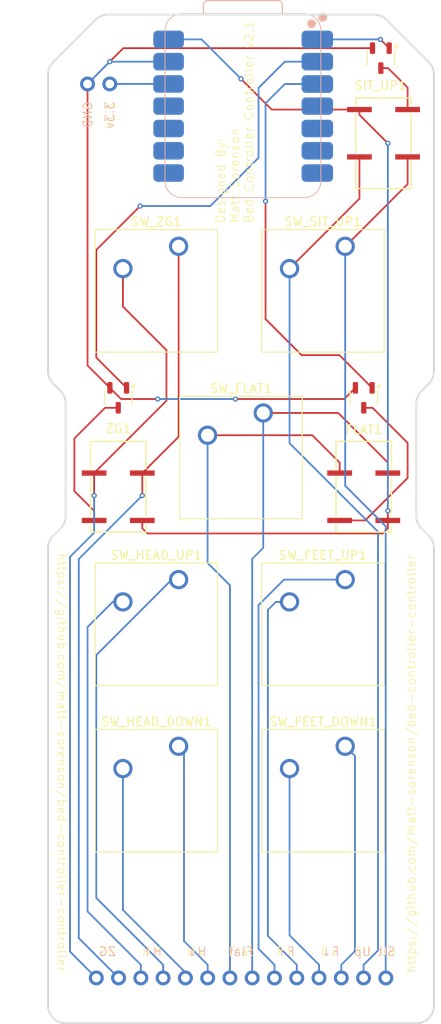
<source format=kicad_pcb>
(kicad_pcb (version 20240108) (generator "pcbnew") (generator_version "8.0")
  (layers (0 "F.Cu" signal) (31 "B.Cu" signal) (34 "B.Paste" user) (35 "F.Paste" user) (36 "B.SilkS" user "B.Silkscreen") (37 "F.SilkS" user "F.Silkscreen") (38 "B.Mask" user) (39 "F.Mask" user) (44 "Edge.Cuts" user))
  (net 0 "")
  (net 1 "Net-(J2-Pin_4)")
  (net 2 "Net-(J2-Pin_8)")
  (net 3 "Net-(J2-Pin_2)")
  (net 4 "Net-(J2-Pin_12)")
  (net 5 "Net-(J2-Pin_13)")
  (net 6 "Net-(J2-Pin_5)")
  (net 7 "GND")
  (net 8 "+5V")
  (net 9 "+3V3")
  (net 10 "Net-(J2-Pin_14)")
  (net 11 "Net-(J2-Pin_3)")
  (net 12 "Net-(J2-Pin_11)")
  (net 13 "Net-(J2-Pin_10)")
  (net 14 "Net-(J2-Pin_7)")
  (net 15 "Net-(J2-Pin_1)")
  (net 16 "Net-(J2-Pin_6)")
  (net 25 "Net-(U1-GPIO2_A2_D2)")
  (net 26 "Net-(U1-GPIO1_A1_D1)")
  (net 27 "Net-(U1-GPIO0_A0_D0)")
  (net 28 "Net-(J2-Pin_9)")
  (net 29 "Net-(FLAT1-A)")
  (net 30 "Net-(SIT_UP1-A)")
  (net 31 "Net-(ZG1-A)")
  (footprint "MountingHole:MountingHole_3.2mm_M3_ISO14580" (layer "F.Cu") (at 114.5 46)
    (property "Reference" "REF**" (hide yes))
    (property "Value" "MountingHole_3.2mm_M3_ISO14580")
    (pad "" np_thru_hole circle (at 0 0) (size 3.2 3.2) (drill 3.2) (layers "*.Cu" "*.Mask"))
  )
  (footprint "Connector_PinHeader_2.54mm:PinHeader_1x02_P2.54mm_Vertical" (layer "F.Cu") (at 111 37.08 90)
    (property "Reference" "PWR1" (hide yes))
    (property "Value" "Conn_01x02")
    (pad "1" thru_hole oval (at 0 0 90) (size 1.7 1.7) (drill 1) (layers "*.Cu" "*.Mask") (net 7 "GND"))
    (pad "2" thru_hole oval (at 0 2.54 90) (size 1.7 1.7) (drill 1) (layers "*.Cu" "*.Mask") (net 9 "+3V3"))
  )
  (footprint "MountingHole:MountingHole_3.2mm_M3_ISO14580" (layer "F.Cu") (at 137.84665 130.5)
    (property "Reference" "REF**" (hide yes))
    (property "Value" "MountingHole_3.2mm_M3_ISO14580")
    (pad "" np_thru_hole circle (at 0 0) (size 3.2 3.2) (drill 3.2) (layers "*.Cu" "*.Mask"))
  )
  (footprint "Library:center-SW_Cherry_MX_1.00u_PCB" (layer "F.Cu") (at 118.84665 117.6697)
    (property "Reference" "SW_HEAD_DOWN1" (at 0 -7.874 0) (layer "F.SilkS"))
    (property "Value" "SW_SPST")
    (fp_line (start -6.985 -6.985) (end 6.985 -6.985) (stroke (width 0.12)) (layer "F.SilkS"))
    (fp_line (start -6.985 6.985) (end -6.985 -6.985) (stroke (width 0.12)) (layer "F.SilkS"))
    (fp_line (start 6.985 -6.985) (end 6.985 6.985) (stroke (width 0.12)) (layer "F.SilkS"))
    (fp_line (start 6.985 6.985) (end -6.985 6.985) (stroke (width 0.12)) (layer "F.SilkS"))
    (pad "" np_thru_hole circle (at -5.08 0) (size 1.7 1.7) (drill 1.7) (layers "*.Cu" "*.Mask"))
    (pad "" np_thru_hole circle (at 0 0) (size 4 4) (drill 4) (layers "*.Cu" "*.Mask"))
    (pad "" np_thru_hole circle (at 5.08 0) (size 1.7 1.7) (drill 1.7) (layers "*.Cu" "*.Mask"))
    (pad "1" thru_hole circle (at 2.54 -5.08) (size 2.2 2.2) (drill 1.5) (layers "*.Cu" "*.Mask") (net 16 "Net-(J2-Pin_6)"))
    (pad "2" thru_hole circle (at -3.81 -2.54) (size 2.2 2.2) (drill 1.5) (layers "*.Cu" "*.Mask") (net 6 "Net-(J2-Pin_5)"))
  )
  (footprint "te-conn-relay-1462041-7:bigger-pads-RELAY4_1462041-7_TEC" (layer "F.Cu") (at 142.5 83 180)
    (property "Reference" "K_FLAT1" (hide yes))
    (property "Value" "1462041-7")
    (fp_line (start 3.1623 5.1689) (end 3.1623 2.06864) (stroke (width 0.1524)) (layer "F.SilkS"))
    (fp_line (start 3.1623 1.047559) (end 3.1623 -3.33136) (stroke (width 0.1524)) (layer "F.SilkS"))
    (fp_line (start 3.1623 -4.35244) (end 3.1623 -5.1689) (stroke (width 0.1524)) (layer "F.SilkS"))
    (fp_line (start 3.1623 -5.1689) (end -3.1623 -5.1689) (stroke (width 0.1524)) (layer "F.SilkS"))
    (fp_line (start -3.1623 5.1689) (end 3.1623 5.1689) (stroke (width 0.1524)) (layer "F.SilkS"))
    (fp_line (start -3.1623 2.06864) (end -3.1623 5.1689) (stroke (width 0.1524)) (layer "F.SilkS"))
    (fp_line (start -3.1623 -3.33136) (end -3.1623 1.047559) (stroke (width 0.1524)) (layer "F.SilkS"))
    (fp_line (start -3.1623 -5.1689) (end -3.1623 -4.35244) (stroke (width 0.1524)) (layer "F.SilkS"))
    (pad "1" smd rect (at -2.7451 -3.8419 180) (size 2.8194 0.6) (layers "F.Cu" "F.Paste" "F.Mask") (net 8 "+5V"))
    (pad "3" smd rect (at -2.7451 1.5581 180) (size 2.8194 0.6) (layers "F.Cu" "F.Paste" "F.Mask") (net 2 "Net-(J2-Pin_8)"))
    (pad "6" smd rect (at 2.7451 1.5581 180) (size 2.8194 0.6) (layers "F.Cu" "F.Paste" "F.Mask") (net 14 "Net-(J2-Pin_7)"))
    (pad "8" smd rect (at 2.7451 -3.8419 180) (size 2.8194 0.6) (layers "F.Cu" "F.Paste" "F.Mask") (net 29 "Net-(FLAT1-A)"))
  )
  (footprint "Package_TO_SOT_SMD:SOT-23-3" (layer "F.Cu") (at 114.5 72.8625 -90)
    (property "Reference" "ZG1" (at 3.5 0 0) (layer "F.SilkS"))
    (property "Value" "ESDA5V3L" (hide yes))
    (fp_line (start 0 1.56) (end -0.8 1.56) (stroke (width 0.12)) (layer "F.SilkS"))
    (fp_line (start 0 1.56) (end 0.8 1.56) (stroke (width 0.12)) (layer "F.SilkS"))
    (fp_line (start 0 -1.56) (end -0.8 -1.56) (stroke (width 0.12)) (layer "F.SilkS"))
    (fp_line (start 0 -1.56) (end 0.8 -1.56) (stroke (width 0.12)) (layer "F.SilkS"))
    (fp_poly (pts (xy -1.3 -1.51) (xy -1.54 -1.84) (xy -1.06 -1.84) (xy -1.3 -1.51)) (stroke (width 0.12)) (fill solid) (layer "F.SilkS"))
    (pad "1" smd roundrect (at -1.1375 -0.95 270) (size 1.325 0.6) (layers "F.Cu" "F.Paste" "F.Mask") (net 26 "Net-(U1-GPIO1_A1_D1)"))
    (pad "2" smd roundrect (at -1.1375 0.95 270) (size 1.325 0.6) (layers "F.Cu" "F.Paste" "F.Mask") (net 7 "GND"))
    (pad "3" smd roundrect (at 1.1375 0 270) (size 1.325 0.6) (layers "F.Cu" "F.Paste" "F.Mask") (net 31 "Net-(ZG1-A)"))
  )
  (footprint "Library:center-SW_Cherry_MX_1.00u_PCB" (layer "F.Cu") (at 137.84665 98.6697)
    (property "Reference" "SW_FEET_UP1" (at 0 -7.874 0) (layer "F.SilkS"))
    (property "Value" "SW_SPST")
    (fp_line (start -6.985 -6.985) (end 6.985 -6.985) (stroke (width 0.12)) (layer "F.SilkS"))
    (fp_line (start -6.985 6.985) (end -6.985 -6.985) (stroke (width 0.12)) (layer "F.SilkS"))
    (fp_line (start 6.985 -6.985) (end 6.985 6.985) (stroke (width 0.12)) (layer "F.SilkS"))
    (fp_line (start 6.985 6.985) (end -6.985 6.985) (stroke (width 0.12)) (layer "F.SilkS"))
    (pad "" np_thru_hole circle (at -5.08 0) (size 1.7 1.7) (drill 1.7) (layers "*.Cu" "*.Mask"))
    (pad "" np_thru_hole circle (at 0 0) (size 4 4) (drill 4) (layers "*.Cu" "*.Mask"))
    (pad "" np_thru_hole circle (at 5.08 0) (size 1.7 1.7) (drill 1.7) (layers "*.Cu" "*.Mask"))
    (pad "1" thru_hole circle (at 2.54 -5.08) (size 2.2 2.2) (drill 1.5) (layers "*.Cu" "*.Mask") (net 28 "Net-(J2-Pin_9)"))
    (pad "2" thru_hole circle (at -3.81 -2.54) (size 2.2 2.2) (drill 1.5) (layers "*.Cu" "*.Mask") (net 13 "Net-(J2-Pin_10)"))
  )
  (footprint "Library:center-SW_Cherry_MX_1.00u_PCB" (layer "F.Cu") (at 128.5 79.6697)
    (property "Reference" "SW_FLAT1" (at 0 -7.874 0) (layer "F.SilkS"))
    (property "Value" "SW_SPST")
    (fp_line (start -6.985 -6.985) (end 6.985 -6.985) (stroke (width 0.12)) (layer "F.SilkS"))
    (fp_line (start -6.985 6.985) (end -6.985 -6.985) (stroke (width 0.12)) (layer "F.SilkS"))
    (fp_line (start 6.985 -6.985) (end 6.985 6.985) (stroke (width 0.12)) (layer "F.SilkS"))
    (fp_line (start 6.985 6.985) (end -6.985 6.985) (stroke (width 0.12)) (layer "F.SilkS"))
    (pad "" np_thru_hole circle (at -5.08 0) (size 1.7 1.7) (drill 1.7) (layers "*.Cu" "*.Mask"))
    (pad "" np_thru_hole circle (at 0 0) (size 4 4) (drill 4) (layers "*.Cu" "*.Mask"))
    (pad "" np_thru_hole circle (at 5.08 0) (size 1.7 1.7) (drill 1.7) (layers "*.Cu" "*.Mask"))
    (pad "1" thru_hole circle (at 2.54 -5.08) (size 2.2 2.2) (drill 1.5) (layers "*.Cu" "*.Mask") (net 2 "Net-(J2-Pin_8)"))
    (pad "2" thru_hole circle (at -3.81 -2.54) (size 2.2 2.2) (drill 1.5) (layers "*.Cu" "*.Mask") (net 14 "Net-(J2-Pin_7)"))
  )
  (footprint "Library:center-SW_Cherry_MX_1.00u_PCB" (layer "F.Cu") (at 137.84665 60.6697)
    (property "Reference" "SW_SIT_UP1" (at 0 -7.874 0) (layer "F.SilkS"))
    (property "Value" "SW_SPST")
    (fp_line (start -6.985 -6.985) (end 6.985 -6.985) (stroke (width 0.12)) (layer "F.SilkS"))
    (fp_line (start -6.985 6.985) (end -6.985 -6.985) (stroke (width 0.12)) (layer "F.SilkS"))
    (fp_line (start 6.985 -6.985) (end 6.985 6.985) (stroke (width 0.12)) (layer "F.SilkS"))
    (fp_line (start 6.985 6.985) (end -6.985 6.985) (stroke (width 0.12)) (layer "F.SilkS"))
    (pad "" np_thru_hole circle (at -5.08 0) (size 1.7 1.7) (drill 1.7) (layers "*.Cu" "*.Mask"))
    (pad "" np_thru_hole circle (at 0 0) (size 4 4) (drill 4) (layers "*.Cu" "*.Mask"))
    (pad "" np_thru_hole circle (at 5.08 0) (size 1.7 1.7) (drill 1.7) (layers "*.Cu" "*.Mask"))
    (pad "1" thru_hole circle (at 2.54 -5.08) (size 2.2 2.2) (drill 1.5) (layers "*.Cu" "*.Mask") (net 10 "Net-(J2-Pin_14)"))
    (pad "2" thru_hole circle (at -3.81 -2.54) (size 2.2 2.2) (drill 1.5) (layers "*.Cu" "*.Mask") (net 5 "Net-(J2-Pin_13)"))
  )
  (footprint "Package_TO_SOT_SMD:SOT-23-3" (layer "F.Cu") (at 144.45 34.1375 -90)
    (property "Reference" "SIT_UP1" (at 3.1375 0.05 0) (layer "F.SilkS"))
    (property "Value" "ESDA5V3L")
    (fp_line (start 0 1.56) (end -0.8 1.56) (stroke (width 0.12)) (layer "F.SilkS"))
    (fp_line (start 0 1.56) (end 0.8 1.56) (stroke (width 0.12)) (layer "F.SilkS"))
    (fp_line (start 0 -1.56) (end -0.8 -1.56) (stroke (width 0.12)) (layer "F.SilkS"))
    (fp_line (start 0 -1.56) (end 0.8 -1.56) (stroke (width 0.12)) (layer "F.SilkS"))
    (fp_poly (pts (xy -1.3 -1.51) (xy -1.54 -1.84) (xy -1.06 -1.84) (xy -1.3 -1.51)) (stroke (width 0.12)) (fill solid) (layer "F.SilkS"))
    (pad "1" smd roundrect (at -1.1375 -0.95 270) (size 1.325 0.6) (layers "F.Cu" "F.Paste" "F.Mask") (net 27 "Net-(U1-GPIO0_A0_D0)"))
    (pad "2" smd roundrect (at -1.1375 0.95 270) (size 1.325 0.6) (layers "F.Cu" "F.Paste" "F.Mask") (net 7 "GND"))
    (pad "3" smd roundrect (at 1.1375 0 270) (size 1.325 0.6) (layers "F.Cu" "F.Paste" "F.Mask") (net 30 "Net-(SIT_UP1-A)"))
  )
  (footprint "Library:center-SW_Cherry_MX_1.00u_PCB" (layer "F.Cu") (at 137.84665 117.6697)
    (property "Reference" "SW_FEET_DOWN1" (at 0 -7.874 0) (layer "F.SilkS"))
    (property "Value" "SW_SPST")
    (fp_line (start -6.985 -6.985) (end 6.985 -6.985) (stroke (width 0.12)) (layer "F.SilkS"))
    (fp_line (start -6.985 6.985) (end -6.985 -6.985) (stroke (width 0.12)) (layer "F.SilkS"))
    (fp_line (start 6.985 -6.985) (end 6.985 6.985) (stroke (width 0.12)) (layer "F.SilkS"))
    (fp_line (start 6.985 6.985) (end -6.985 6.985) (stroke (width 0.12)) (layer "F.SilkS"))
    (pad "" np_thru_hole circle (at -5.08 0) (size 1.7 1.7) (drill 1.7) (layers "*.Cu" "*.Mask"))
    (pad "" np_thru_hole circle (at 0 0) (size 4 4) (drill 4) (layers "*.Cu" "*.Mask"))
    (pad "" np_thru_hole circle (at 5.08 0) (size 1.7 1.7) (drill 1.7) (layers "*.Cu" "*.Mask"))
    (pad "1" thru_hole circle (at 2.54 -5.08) (size 2.2 2.2) (drill 1.5) (layers "*.Cu" "*.Mask") (net 4 "Net-(J2-Pin_12)"))
    (pad "2" thru_hole circle (at -3.81 -2.54) (size 2.2 2.2) (drill 1.5) (layers "*.Cu" "*.Mask") (net 12 "Net-(J2-Pin_11)"))
  )
  (footprint "te-conn-relay-1462041-7:bigger-pads-RELAY4_1462041-7_TEC" (layer "F.Cu") (at 144.7549 43.8419)
    (property "Reference" "K_SIT_UP1" (hide yes))
    (property "Value" "1462041-7")
    (fp_line (start -3.1623 -5.1689) (end -3.1623 -4.35244) (stroke (width 0.1524)) (layer "F.SilkS"))
    (fp_line (start -3.1623 -3.33136) (end -3.1623 1.047559) (stroke (width 0.1524)) (layer "F.SilkS"))
    (fp_line (start -3.1623 2.06864) (end -3.1623 5.1689) (stroke (width 0.1524)) (layer "F.SilkS"))
    (fp_line (start -3.1623 5.1689) (end 3.1623 5.1689) (stroke (width 0.1524)) (layer "F.SilkS"))
    (fp_line (start 3.1623 -5.1689) (end -3.1623 -5.1689) (stroke (width 0.1524)) (layer "F.SilkS"))
    (fp_line (start 3.1623 -4.35244) (end 3.1623 -5.1689) (stroke (width 0.1524)) (layer "F.SilkS"))
    (fp_line (start 3.1623 1.047559) (end 3.1623 -3.33136) (stroke (width 0.1524)) (layer "F.SilkS"))
    (fp_line (start 3.1623 5.1689) (end 3.1623 2.06864) (stroke (width 0.1524)) (layer "F.SilkS"))
    (pad "1" smd rect (at -2.7451 -3.8419) (size 2.8194 0.6) (layers "F.Cu" "F.Paste" "F.Mask") (net 8 "+5V"))
    (pad "3" smd rect (at -2.7451 1.5581) (size 2.8194 0.6) (layers "F.Cu" "F.Paste" "F.Mask") (net 5 "Net-(J2-Pin_13)"))
    (pad "6" smd rect (at 2.7451 1.5581) (size 2.8194 0.6) (layers "F.Cu" "F.Paste" "F.Mask") (net 10 "Net-(J2-Pin_14)"))
    (pad "8" smd rect (at 2.7451 -3.8419) (size 2.8194 0.6) (layers "F.Cu" "F.Paste" "F.Mask") (net 30 "Net-(SIT_UP1-A)"))
  )
  (footprint "te-conn-relay-1462041-7:bigger-pads-RELAY4_1462041-7_TEC" (layer "F.Cu") (at 114.5 83 180)
    (property "Reference" "K_ZG1" (hide yes))
    (property "Value" "1462041-7")
    (fp_line (start 3.1623 5.1689) (end 3.1623 2.06864) (stroke (width 0.1524)) (layer "F.SilkS"))
    (fp_line (start 3.1623 1.047559) (end 3.1623 -3.33136) (stroke (width 0.1524)) (layer "F.SilkS"))
    (fp_line (start 3.1623 -4.35244) (end 3.1623 -5.1689) (stroke (width 0.1524)) (layer "F.SilkS"))
    (fp_line (start 3.1623 -5.1689) (end -3.1623 -5.1689) (stroke (width 0.1524)) (layer "F.SilkS"))
    (fp_line (start -3.1623 5.1689) (end 3.1623 5.1689) (stroke (width 0.1524)) (layer "F.SilkS"))
    (fp_line (start -3.1623 2.06864) (end -3.1623 5.1689) (stroke (width 0.1524)) (layer "F.SilkS"))
    (fp_line (start -3.1623 -3.33136) (end -3.1623 1.047559) (stroke (width 0.1524)) (layer "F.SilkS"))
    (fp_line (start -3.1623 -5.1689) (end -3.1623 -4.35244) (stroke (width 0.1524)) (layer "F.SilkS"))
    (pad "1" smd rect (at -2.7451 -3.8419 180) (size 2.8194 0.6) (layers "F.Cu" "F.Paste" "F.Mask") (net 8 "+5V"))
    (pad "3" smd rect (at -2.7451 1.5581 180) (size 2.8194 0.6) (layers "F.Cu" "F.Paste" "F.Mask") (net 3 "Net-(J2-Pin_2)"))
    (pad "6" smd rect (at 2.7451 1.5581 180) (size 2.8194 0.6) (layers "F.Cu" "F.Paste" "F.Mask") (net 15 "Net-(J2-Pin_1)"))
    (pad "8" smd rect (at 2.7451 -3.8419 180) (size 2.8194 0.6) (layers "F.Cu" "F.Paste" "F.Mask") (net 31 "Net-(ZG1-A)"))
  )
  (footprint "Package_TO_SOT_SMD:SOT-23-3" (layer "F.Cu") (at 142.5 72.8625 -90)
    (property "Reference" "FLAT1" (at 3.6375 0 0) (layer "F.SilkS"))
    (property "Value" "ESDA5V3L")
    (fp_line (start 0 1.56) (end -0.8 1.56) (stroke (width 0.12)) (layer "F.SilkS"))
    (fp_line (start 0 1.56) (end 0.8 1.56) (stroke (width 0.12)) (layer "F.SilkS"))
    (fp_line (start 0 -1.56) (end -0.8 -1.56) (stroke (width 0.12)) (layer "F.SilkS"))
    (fp_line (start 0 -1.56) (end 0.8 -1.56) (stroke (width 0.12)) (layer "F.SilkS"))
    (fp_poly (pts (xy -1.3 -1.51) (xy -1.54 -1.84) (xy -1.06 -1.84) (xy -1.3 -1.51)) (stroke (width 0.12)) (fill solid) (layer "F.SilkS"))
    (pad "1" smd roundrect (at -1.1375 -0.95 270) (size 1.325 0.6) (layers "F.Cu" "F.Paste" "F.Mask") (net 25 "Net-(U1-GPIO2_A2_D2)"))
    (pad "2" smd roundrect (at -1.1375 0.95 270) (size 1.325 0.6) (layers "F.Cu" "F.Paste" "F.Mask") (net 7 "GND"))
    (pad "3" smd roundrect (at 1.1375 0 270) (size 1.325 0.6) (layers "F.Cu" "F.Paste" "F.Mask") (net 29 "Net-(FLAT1-A)"))
  )
  (footprint "Library:center-SW_Cherry_MX_1.00u_PCB" (layer "F.Cu") (at 118.84665 98.6697)
    (property "Reference" "SW_HEAD_UP1" (at 0 -7.874 0) (layer "F.SilkS"))
    (property "Value" "SW_SPST")
    (fp_line (start -6.985 -6.985) (end 6.985 -6.985) (stroke (width 0.12)) (layer "F.SilkS"))
    (fp_line (start -6.985 6.985) (end -6.985 -6.985) (stroke (width 0.12)) (layer "F.SilkS"))
    (fp_line (start 6.985 -6.985) (end 6.985 6.985) (stroke (width 0.12)) (layer "F.SilkS"))
    (fp_line (start 6.985 6.985) (end -6.985 6.985) (stroke (width 0.12)) (layer "F.SilkS"))
    (pad "" np_thru_hole circle (at -5.08 0) (size 1.7 1.7) (drill 1.7) (layers "*.Cu" "*.Mask"))
    (pad "" np_thru_hole circle (at 0 0) (size 4 4) (drill 4) (layers "*.Cu" "*.Mask"))
    (pad "" np_thru_hole circle (at 5.08 0) (size 1.7 1.7) (drill 1.7) (layers "*.Cu" "*.Mask"))
    (pad "1" thru_hole circle (at 2.54 -5.08) (size 2.2 2.2) (drill 1.5) (layers "*.Cu" "*.Mask") (net 1 "Net-(J2-Pin_4)"))
    (pad "2" thru_hole circle (at -3.81 -2.54) (size 2.2 2.2) (drill 1.5) (layers "*.Cu" "*.Mask") (net 11 "Net-(J2-Pin_3)"))
  )
  (footprint "MountingHole:MountingHole_3.2mm_M3_ISO14580" (layer "F.Cu") (at 118.84665 130.5)
    (property "Reference" "REF**" (hide yes))
    (property "Value" "MountingHole_3.2mm_M3_ISO14580")
    (pad "" np_thru_hole circle (at 0 0) (size 3.2 3.2) (drill 3.2) (layers "F&B.Cu" "*.Mask"))
  )
  (footprint "Library:center-SW_Cherry_MX_1.00u_PCB" (layer "F.Cu") (at 118.84665 60.6697)
    (property "Reference" "SW_ZG1" (at 0 -7.874 0) (layer "F.SilkS"))
    (property "Value" "SW_SPST")
    (fp_line (start -6.985 -6.985) (end 6.985 -6.985) (stroke (width 0.12)) (layer "F.SilkS"))
    (fp_line (start -6.985 6.985) (end -6.985 -6.985) (stroke (width 0.12)) (layer "F.SilkS"))
    (fp_line (start 6.985 -6.985) (end 6.985 6.985) (stroke (width 0.12)) (layer "F.SilkS"))
    (fp_line (start 6.985 6.985) (end -6.985 6.985) (stroke (width 0.12)) (layer "F.SilkS"))
    (pad "" np_thru_hole circle (at -5.08 0) (size 1.7 1.7) (drill 1.7) (layers "*.Cu" "*.Mask"))
    (pad "" np_thru_hole circle (at 0 0) (size 4 4) (drill 4) (layers "*.Cu" "*.Mask"))
    (pad "" np_thru_hole circle (at 5.08 0) (size 1.7 1.7) (drill 1.7) (layers "*.Cu" "*.Mask"))
    (pad "1" thru_hole circle (at 2.54 -5.08) (size 2.2 2.2) (drill 1.5) (layers "*.Cu" "*.Mask") (net 3 "Net-(J2-Pin_2)"))
    (pad "2" thru_hole circle (at -3.81 -2.54) (size 2.2 2.2) (drill 1.5) (layers "*.Cu" "*.Mask") (net 15 "Net-(J2-Pin_1)"))
  )
  (footprint "Connector_PinHeader_2.54mm:PinHeader_1x14_P2.54mm_Vertical" (layer "F.Cu") (at 112 139 90)
    (property "Reference" "J2" (hide yes))
    (property "Value" "Conn_01x14")
    (pad "1" thru_hole oval (at 0 0 90) (size 1.7 1.7) (drill 1) (layers "*.Cu" "*.Mask") (net 15 "Net-(J2-Pin_1)"))
    (pad "2" thru_hole oval (at 0 2.54 90) (size 1.7 1.7) (drill 1) (layers "*.Cu" "*.Mask") (net 3 "Net-(J2-Pin_2)"))
    (pad "3" thru_hole oval (at 0 5.08 90) (size 1.7 1.7) (drill 1) (layers "*.Cu" "*.Mask") (net 11 "Net-(J2-Pin_3)"))
    (pad "4" thru_hole oval (at 0 7.62 90) (size 1.7 1.7) (drill 1) (layers "*.Cu" "*.Mask") (net 1 "Net-(J2-Pin_4)"))
    (pad "5" thru_hole oval (at 0 10.16 90) (size 1.7 1.7) (drill 1) (layers "*.Cu" "*.Mask") (net 6 "Net-(J2-Pin_5)"))
    (pad "6" thru_hole oval (at 0 12.7 90) (size 1.7 1.7) (drill 1) (layers "*.Cu" "*.Mask") (net 16 "Net-(J2-Pin_6)"))
    (pad "7" thru_hole oval (at 0 15.24 90) (size 1.7 1.7) (drill 1) (layers "*.Cu" "*.Mask") (net 14 "Net-(J2-Pin_7)"))
    (pad "8" thru_hole oval (at 0 17.78 90) (size 1.7 1.7) (drill 1) (layers "*.Cu" "*.Mask") (net 2 "Net-(J2-Pin_8)"))
    (pad "9" thru_hole oval (at 0 20.32 90) (size 1.7 1.7) (drill 1) (layers "*.Cu" "*.Mask") (net 28 "Net-(J2-Pin_9)"))
    (pad "10" thru_hole oval (at 0 22.86 90) (size 1.7 1.7) (drill 1) (layers "*.Cu" "*.Mask") (net 13 "Net-(J2-Pin_10)"))
    (pad "11" thru_hole oval (at 0 25.4 90) (size 1.7 1.7) (drill 1) (layers "*.Cu" "*.Mask") (net 12 "Net-(J2-Pin_11)"))
    (pad "12" thru_hole oval (at 0 27.94 90) (size 1.7 1.7) (drill 1) (layers "*.Cu" "*.Mask") (net 4 "Net-(J2-Pin_12)"))
    (pad "13" thru_hole oval (at 0 30.48 90) (size 1.7 1.7) (drill 1) (layers "*.Cu" "*.Mask") (net 5 "Net-(J2-Pin_13)"))
    (pad "14" thru_hole oval (at 0 33.02 90) (size 1.7 1.7) (drill 1) (layers "*.Cu" "*.Mask") (net 10 "Net-(J2-Pin_14)"))
  )
  (footprint "Seeed Studio XIAO Series Library:XIAO-ESP32C6-SMD-bigger-pads" (layer "B.Cu") (at 128.500014 39.5985 180)
    (property "Reference" "U1" (hide yes))
    (property "Value" "XIAO-ESP32-S3-SMD")
    (fp_line (start 8.6634 8.6105) (end 8.6634 -8.5345) (stroke (width 0.1)) (layer "B.SilkS"))
    (fp_line (start 6.7584 -10.4395) (end -7.2116 -10.4395) (stroke (width 0.1)) (layer "B.SilkS"))
    (fp_line (start 4.2774 10.5155) (end 4.2774 11.5255) (stroke (width 0.127)) (layer "B.SilkS"))
    (fp_line (start 3.7774 12.0255) (end -4.217872 12.0255) (stroke (width 0.127)) (layer "B.SilkS"))
    (fp_line (start -4.717872 11.525772) (end -4.7216 10.5155) (stroke (width 0.127)) (layer "B.SilkS"))
    (fp_line (start -7.2116 10.5155) (end 6.7584 10.5155) (stroke (width 0.1)) (layer "B.SilkS"))
    (fp_line (start -9.1166 8.6105) (end -9.1166 -8.5345) (stroke (width 0.1)) (layer "B.SilkS"))
    (fp_arc (start 8.6634 8.6105) (mid 8.105438 9.957538) (end 6.7584 10.5155) (stroke (width 0.1)) (layer "B.SilkS"))
    (fp_arc (start 6.7584 -10.4395) (mid 8.105438 -9.881538) (end 8.6634 -8.5345) (stroke (width 0.1)) (layer "B.SilkS"))
    (fp_arc (start 4.2774 11.5255) (mid 4.130953 11.879053) (end 3.7774 12.0255) (stroke (width 0.127)) (layer "B.SilkS"))
    (fp_arc (start -4.217872 12.0255) (mid -4.571324 11.879144) (end -4.717872 11.525772) (stroke (width 0.127)) (layer "B.SilkS"))
    (fp_arc (start -7.2116 10.5195) (mid -8.558638 9.961538) (end -9.1166 8.6145) (stroke (width 0.1)) (layer "B.SilkS"))
    (fp_arc (start -9.1166 -8.5345) (mid -8.558638 -9.881538) (end -7.2116 -10.4395) (stroke (width 0.1)) (layer "B.SilkS"))
    (fp_circle (center -8.0526 9.3825) (end -8.0526 9.6365) (stroke (width 0.5)) (fill solid) (layer "B.SilkS"))
    (fp_circle (center -9.3266 10.0995) (end -9.3266 10.3535) (stroke (width 0.5)) (fill solid) (layer "B.SilkS"))
    (pad "1" smd roundrect (at -8.7033 7.5985 180) (size 3.5934 2) (layers "B.Cu" "B.Paste" "B.Mask") (net 27 "Net-(U1-GPIO0_A0_D0)"))
    (pad "2" smd roundrect (at -8.7033 5.0585 180) (size 3.5934 2) (layers "B.Cu" "B.Paste" "B.Mask") (net 26 "Net-(U1-GPIO1_A1_D1)"))
    (pad "3" smd roundrect (at -8.7033 2.50925 180) (size 3.5934 2.0185) (layers "B.Cu" "B.Paste" "B.Mask") (net 25 "Net-(U1-GPIO2_A2_D2)"))
    (pad "4" smd roundrect (at -8.7033 -0.01075 180) (size 3.5934 1.9785) (layers "B.Cu" "B.Paste" "B.Mask"))
    (pad "5" smd roundrect (at -8.7033 -2.5615 180) (size 3.5934 2) (layers "B.Cu" "B.Paste" "B.Mask"))
    (pad "6" smd roundrect (at -8.7033 -5.1015 180) (size 3.5934 2) (layers "B.Cu" "B.Paste" "B.Mask"))
    (pad "7" smd roundrect (at -8.7033 -7.6415 180) (size 3.5934 2) (layers "B.Cu" "B.Paste" "B.Mask"))
    (pad "8" smd roundrect (at 8.2542 -7.6415 180) (size 3.4916 2) (layers "B.Cu" "B.Paste" "B.Mask"))
    (pad "9" smd roundrect (at 8.2542 -5.1015 180) (size 3.4916 2) (layers "B.Cu" "B.Paste" "B.Mask"))
    (pad "10" smd roundrect (at 8.2542 -2.5615 180) (size 3.4916 2) (layers "B.Cu" "B.Paste" "B.Mask"))
    (pad "11" smd roundrect (at 8.2542 -0.01075 180) (size 3.4916 1.9785) (layers "B.Cu" "B.Paste" "B.Mask"))
    (pad "12" smd roundrect (at 8.2542 2.5185 180) (size 3.4916 2) (layers "B.Cu" "B.Paste" "B.Mask") (net 9 "+3V3"))
    (pad "13" smd roundrect (at 8.2542 5.0585 180) (size 3.4916 2) (layers "B.Cu" "B.Paste" "B.Mask") (net 7 "GND"))
    (pad "14" smd roundrect (at 8.2542 7.5985 180) (size 3.4916 2) (layers "B.Cu" "B.Paste" "B.Mask") (net 8 "+5V"))
  )
  (gr_circle (center 109.34665 51.1697) (end 109.35665 51.1697) (stroke (width 0.0001)) (fill solid) (layer "Edge.Cuts"))
  (gr_line (start 150.5 90.007581) (end 150.5 142.1697) (stroke (width 0.2)) (layer "Edge.Cuts"))
  (gr_circle (center 150.5 35.1697) (end 150.51 35.1697) (stroke (width 0.0001)) (fill solid) (layer "Edge.Cuts"))
  (gr_line (start 111.9142 29.7555) (end 107.085791 34.583909) (stroke (width 0.2)) (layer "Edge.Cuts"))
  (gr_arc (start 108.5 144.1697) (mid 107.085786 143.583914) (end 106.5 142.1697) (stroke (width 0.2)) (layer "Edge.Cuts"))
  (gr_circle (center 106.5 29.1697) (end 106.51 29.1697) (stroke (width 0.0001)) (fill solid) (layer "Edge.Cuts"))
  (gr_circle (center 106.5 144.1697) (end 106.51 144.1697) (stroke (width 0.0001)) (fill solid) (layer "Edge.Cuts"))
  (gr_line (start 113.328427 29.1697) (end 143.6716 29.1697) (stroke (width 0.2)) (layer "Edge.Cuts"))
  (gr_line (start 148.5 73.5) (end 148.5 86.350365) (stroke (width 0.2)) (layer "Edge.Cuts"))
  (gr_line (start 145.085786 29.755486) (end 149.9142 34.5839) (stroke (width 0.2)) (layer "Edge.Cuts"))
  (gr_line (start 106.5 142.1697) (end 106.5 89.998133) (stroke (width 0.2)) (layer "Edge.Cuts"))
  (gr_arc (start 149.9142 88.5839) (mid 150.349574 89.237122) (end 150.5 90.007581) (stroke (width 0.2)) (layer "Edge.Cuts"))
  (gr_arc (start 107.914213 72.085785) (mid 108.347759 72.734632) (end 108.5 73.5) (stroke (width 0.2)) (layer "Edge.Cuts"))
  (gr_line (start 150.5 36.007581) (end 150.5 69.8431) (stroke (width 0.2)) (layer "Edge.Cuts"))
  (gr_arc (start 107.081765 71.253338) (mid 106.650294 70.603796) (end 106.5 69.838628) (stroke (width 0.2)) (layer "Edge.Cuts"))
  (gr_arc (start 150.5 69.8431) (mid 150.349668 70.603821) (end 149.921347 71.250226) (stroke (width 0.2)) (layer "Edge.Cuts"))
  (gr_arc (start 149.0858 87.7555) (mid 148.653975 87.110846) (end 148.5 86.350365) (stroke (width 0.2)) (layer "Edge.Cuts"))
  (gr_arc (start 149.9142 34.5839) (mid 150.349574 35.237122) (end 150.5 36.007581) (stroke (width 0.2)) (layer "Edge.Cuts"))
  (gr_arc (start 108.5 86.341268) (mid 108.347758 87.10664) (end 107.914209 87.755491) (stroke (width 0.2)) (layer "Edge.Cuts"))
  (gr_line (start 149.0858 87.7555) (end 149.9142 88.5839) (stroke (width 0.2)) (layer "Edge.Cuts"))
  (gr_arc (start 150.5 142.1697) (mid 149.914214 143.583914) (end 148.5 144.1697) (stroke (width 0.2)) (layer "Edge.Cuts"))
  (gr_line (start 108.5 73.5) (end 108.5 86.341268) (stroke (width 0.2)) (layer "Edge.Cuts"))
  (gr_circle (center 150.5 29.1697) (end 150.51 29.1697) (stroke (width 0.0001)) (fill solid) (layer "Edge.Cuts"))
  (gr_arc (start 148.5 73.5) (mid 148.652241 72.734632) (end 149.085787 72.085785) (stroke (width 0.2)) (layer "Edge.Cuts"))
  (gr_line (start 107.914209 87.755491) (end 107.085791 88.583909) (stroke (width 0.2)) (layer "Edge.Cuts"))
  (gr_line (start 106.5 69.838628) (end 106.5 35.998133) (stroke (width 0.2)) (layer "Edge.Cuts"))
  (gr_arc (start 111.9142 29.7555) (mid 112.563053 29.321953) (end 113.328427 29.1697) (stroke (width 0.2)) (layer "Edge.Cuts"))
  (gr_circle (center 109.34665 70.1697) (end 109.35665 70.1697) (stroke (width 0.0001)) (fill solid) (layer "Edge.Cuts"))
  (gr_arc (start 143.6716 29.1697) (mid 144.436952 29.321943) (end 145.085786 29.755486) (stroke (width 0.2)) (layer "Edge.Cuts"))
  (gr_line (start 148.5 144.1697) (end 108.5 144.1697) (stroke (width 0.2)) (layer "Edge.Cuts"))
  (gr_circle (center 106.5 35.1697) (end 106.51 35.1697) (stroke (width 0.0001)) (fill solid) (layer "Edge.Cuts"))
  (gr_arc (start 106.5 89.998133) (mid 106.652242 89.23276) (end 107.085791 88.583909) (stroke (width 0.2)) (layer "Edge.Cuts"))
  (gr_circle (center 112.5 29.1697) (end 112.51 29.1697) (stroke (width 0.0001)) (fill solid) (layer "Edge.Cuts"))
  (gr_circle (center 144.5 29.1697) (end 144.51 29.1697) (stroke (width 0.0001)) (fill solid) (layer "Edge.Cuts"))
  (gr_arc (start 106.5 35.998133) (mid 106.652242 35.23276) (end 107.085791 34.583909) (stroke (width 0.2)) (layer "Edge.Cuts"))
  (gr_line (start 149.085787 72.085785) (end 149.921347 71.250226) (stroke (width 0.2)) (layer "Edge.Cuts"))
  (gr_line (start 107.914213 72.085785) (end 107.081765 71.253338) (stroke (width 0.2)) (layer "Edge.Cuts"))
  (gr_text "ZG" (at 113.27 136 0) (layer "B.SilkS") (effects (font (size 1 1) (thickness 0.1)) (justify mirror)))
  (gr_text "GND" (at 111.01 39 90) (layer "B.SilkS") (effects (font (size 1 1) (thickness 0.1)) (justify left mirror)))
  (gr_text "F↑" (at 133.59 136 0) (layer "B.SilkS") (effects (font (size 1 1) (thickness 0.1)) (justify mirror)))
  (gr_text "F↓" (at 138.67 136 0) (layer "B.SilkS") (effects (font (size 1 1) (thickness 0.1)) (justify mirror)))
  (gr_text "3.3v" (at 113.54 39 90) (layer "B.SilkS") (effects (font (size 1 1) (thickness 0.1)) (justify left mirror)))
  (gr_text "Flat" (at 128.49 136 0) (layer "B.SilkS") (effects (font (size 1 1) (thickness 0.1)) (justify mirror)))
  (gr_text "H↓" (at 123.43 136 0) (layer "B.SilkS") (effects (font (size 1 1) (thickness 0.1)) (justify mirror)))
  (gr_text "H↑" (at 118.35 136 0) (layer "B.SilkS") (effects (font (size 1 1) (thickness 0.1)) (justify mirror)))
  (gr_text "Sit Up" (at 143.75 136 0) (layer "B.SilkS") (effects (font (size 1 1) (thickness 0.1)) (justify mirror)))
  (gr_text "https://github.com/matt-sorenson/bed-controller-controller" (at 148.5 138.5 90) (layer "F.SilkS") (effects (font (size 1 1) (thickness 0.1)) (justify left bottom)))
  (gr_text "Designed By:\nMatt Sorenson\nBed Controller Controller v2.1" (at 130 53 90) (layer "F.SilkS") (effects (font (size 1 1) (thickness 0.1)) (justify left bottom)))
  (gr_text "ZG" (at 113.27 136 -0) (layer "F.SilkS") (effects (font (size 1 1) (thickness 0.1))))
  (gr_text "H↑" (at 118.35 136 -0) (layer "F.SilkS") (effects (font (size 1 1) (thickness 0.1))))
  (gr_text "Sit Up" (at 143.75 136 -0) (layer "F.SilkS") (effects (font (size 1 1) (thickness 0.1))))
  (gr_text "Flat" (at 128.49 136 -0) (layer "F.SilkS") (effects (font (size 1 1) (thickness 0.1))))
  (gr_text "H↓" (at 123.43 136 -0) (layer "F.SilkS") (effects (font (size 1 1) (thickness 0.1))))
  (gr_text "GND" (at 111 39 -90) (layer "F.SilkS") (effects (font (size 1 1) (thickness 0.1)) (justify left)))
  (gr_text "F↓" (at 138.67 136 -0) (layer "F.SilkS") (effects (font (size 1 1) (thickness 0.1))))
  (gr_text "https://github.com/matt-sorenson/bed-controller-controller" (at 107.5 90.5 -90) (layer "F.SilkS") (effects (font (size 1 1) (thickness 0.1)) (justify left bottom)))
  (gr_text "3.3v" (at 113.55 39 -90) (layer "F.SilkS") (effects (font (size 1 1) (thickness 0.1)) (justify left)))
  (gr_text "F↑" (at 133.59 136 -0) (layer "F.SilkS") (effects (font (size 1 1) (thickness 0.1))))
  (segment (start 119.62 137.5) (end 119.62 139) (width 0.2) (layer "B.Cu") (net 1))
  (segment (start 120.603248 93.5897) (end 112 102.192948) (width 0.2) (layer "B.Cu") (net 1))
  (segment (start 112 129.88) (end 119.62 137.5) (width 0.2) (layer "B.Cu") (net 1))
  (segment (start 112 102.192948) (end 112 129.88) (width 0.2) (layer "B.Cu") (net 1))
  (segment (start 121.38665 93.5897) (end 120.603248 93.5897) (width 0.2) (layer "B.Cu") (net 1))
  (segment (start 131.04 74.5897) (end 139.5897 74.5897) (width 0.2) (layer "F.Cu") (net 2))
  (segment (start 145.2451 80.2451) (end 145.2451 81.4419) (width 0.2) (layer "F.Cu") (net 2))
  (segment (start 139.5897 74.5897) (end 145.2451 80.2451) (width 0.2) (layer "F.Cu") (net 2))
  (segment (start 131.04 89.96) (end 131.04 74.5897) (width 0.2) (layer "B.Cu") (net 2))
  (segment (start 129.78 139) (end 129.78 91.22) (width 0.2) (layer "B.Cu") (net 2))
  (segment (start 129.78 91.22) (end 131.04 89.96) (width 0.2) (layer "B.Cu") (net 2))
  (segment (start 117.2451 81.4419) (end 117.2451 84) (width 0.2) (layer "F.Cu") (net 3))
  (segment (start 121.38665 55.5897) (end 121.38665 77.30035) (width 0.2) (layer "F.Cu") (net 3))
  (segment (start 121.38665 77.30035) (end 117.2451 81.4419) (width 0.2) (layer "F.Cu") (net 3))
  (via blind (at 117.2451 84) (size 0.6) (drill 0.3) (layers "F.Cu" "B.Cu") (net 3))
  (segment (start 110 91.2451) (end 110 134.46) (width 0.2) (layer "B.Cu") (net 3))
  (segment (start 117.2451 84) (end 110 91.2451) (width 0.2) (layer "B.Cu") (net 3))
  (segment (start 110 134.46) (end 114.54 139) (width 0.2) (layer "B.Cu") (net 3))
  (segment (start 139.94 137.5) (end 141.5 135.94) (width 0.2) (layer "B.Cu") (net 4))
  (segment (start 141.5 113.70305) (end 140.38665 112.5897) (width 0.2) (layer "B.Cu") (net 4))
  (segment (start 141.5 135.94) (end 141.5 113.70305) (width 0.2) (layer "B.Cu") (net 4))
  (segment (start 139.94 139) (end 139.94 137.5) (width 0.2) (layer "B.Cu") (net 4))
  (segment (start 142.0098 50.15655) (end 134.03665 58.1297) (width 0.2) (layer "F.Cu") (net 5))
  (segment (start 142.0098 45.4) (end 142.0098 50.15655) (width 0.2) (layer "F.Cu") (net 5))
  (segment (start 142.5 137.5) (end 144.12665 135.87335) (width 0.2) (layer "B.Cu") (net 5))
  (segment (start 142.48 137.5) (end 142.5 137.5) (width 0.2) (layer "B.Cu") (net 5))
  (segment (start 134.03665 58.1297) (end 134.03665 78.03665) (width 0.2) (layer "B.Cu") (net 5))
  (segment (start 144.12665 88.12665) (end 144.12665 90.5) (width 0.2) (layer "B.Cu") (net 5))
  (segment (start 134.03665 78.03665) (end 144.12665 88.12665) (width 0.2) (layer "B.Cu") (net 5))
  (segment (start 144.12665 135.87335) (end 144.12665 90.5) (width 0.2) (layer "B.Cu") (net 5))
  (segment (start 142.48 139) (end 142.48 137.5) (width 0.2) (layer "B.Cu") (net 5))
  (segment (start 115.03665 115.1297) (end 115.03665 131.24665) (width 0.2) (layer "B.Cu") (net 6))
  (segment (start 115.03665 131.24665) (end 122.16 138.37) (width 0.2) (layer "B.Cu") (net 6))
  (segment (start 122.16 138.37) (end 122.16 139) (width 0.2) (layer "B.Cu") (net 6))
  (segment (start 111 69) (end 111 37.08) (width 0.2) (layer "F.Cu") (net 7))
  (segment (start 140.275 73) (end 141.55 71.725) (width 0.2) (layer "F.Cu") (net 7))
  (segment (start 114.825 73) (end 113.55 71.725) (width 0.2) (layer "F.Cu") (net 7))
  (segment (start 113.55 71.725) (end 111 69.175) (width 0.2) (layer "F.Cu") (net 7))
  (segment (start 127.865 73) (end 140.275 73) (width 0.2) (layer "F.Cu") (net 7))
  (segment (start 111 69.175) (end 111 69) (width 0.2) (layer "F.Cu") (net 7))
  (segment (start 119 73) (end 114.825 73) (width 0.2) (layer "F.Cu") (net 7))
  (segment (start 113.54 34.54) (end 115.08 33) (width 0.2) (layer "F.Cu") (net 7))
  (segment (start 115.08 33) (end 143.5 33) (width 0.2) (layer "F.Cu") (net 7))
  (via blind (at 127.865 73) (size 0.6) (drill 0.3) (layers "F.Cu" "B.Cu") (net 7))
  (via blind (at 119 73) (size 0.6) (drill 0.3) (layers "F.Cu" "B.Cu") (net 7))
  (via blind (at 113.54 34.54) (size 0.6) (drill 0.3) (layers "F.Cu" "B.Cu") (net 7))
  (segment (start 111 37.08) (end 113.54 34.54) (width 0.2) (layer "B.Cu") (net 7))
  (segment (start 113.54 34.54) (end 120.245814 34.54) (width 0.2) (layer "B.Cu") (net 7))
  (segment (start 119 73) (end 127.6875 73) (width 0.2) (layer "B.Cu") (net 7))
  (segment (start 142.0098 40) (end 133 40) (width 0.2) (layer "F.Cu") (net 8))
  (segment (start 132 40) (end 133 40) (width 0.2) (layer "F.Cu") (net 8))
  (segment (start 145.2451 87.7549) (end 144.672184 88.327816) (width 0.2) (layer "F.Cu") (net 8))
  (segment (start 128.5 36.5) (end 132 40) (width 0.2) (layer "F.Cu") (net 8))
  (segment (start 145.2451 86.8419) (end 145.2451 87.7549) (width 0.2) (layer "F.Cu") (net 8))
  (segment (start 117.827816 88.327816) (end 117.2451 87.7451) (width 0.2) (layer "F.Cu") (net 8))
  (segment (start 144.672184 88.327816) (end 117.827816 88.327816) (width 0.2) (layer "F.Cu") (net 8))
  (segment (start 145.2451 43.8419) (end 142.0098 40.6066) (width 0.2) (layer "F.Cu") (net 8))
  (segment (start 142.0098 40.6066) (end 142.0098 40) (width 0.2) (layer "F.Cu") (net 8))
  (segment (start 145.2451 85.7451) (end 145.2451 86.8419) (width 0.2) (layer "F.Cu") (net 8))
  (segment (start 117.2451 87.7451) (end 117.2451 86.8419) (width 0.2) (layer "F.Cu") (net 8))
  (via blind (at 145.2451 43.8419) (size 0.6) (drill 0.3) (layers "F.Cu" "B.Cu") (net 8))
  (via blind (at 128.5 36.5) (size 0.6) (drill 0.3) (layers "F.Cu" "B.Cu") (net 8))
  (via blind (at 145.2451 85.7451) (size 0.6) (drill 0.3) (layers "F.Cu" "B.Cu") (net 8))
  (segment (start 123.949124 32) (end 120.245814 32) (width 0.2) (layer "B.Cu") (net 8))
  (segment (start 145.2451 43.8419) (end 145.2451 85.7451) (width 0.2) (layer "B.Cu") (net 8))
  (segment (start 124 32) (end 128.5 36.5) (width 0.2) (layer "B.Cu") (net 8))
  (segment (start 123.949124 32) (end 124 32) (width 0.2) (layer "B.Cu") (net 8))
  (segment (start 113.54 37.08) (end 120.245814 37.08) (width 0.2) (layer "B.Cu") (net 9))
  (segment (start 140.4103 55.5897) (end 147.5 48.5) (width 0.2) (layer "F.Cu") (net 10))
  (segment (start 147.5 48.5) (end 147.5 45.4) (width 0.2) (layer "F.Cu") (net 10))
  (segment (start 140.38665 55.5897) (end 140.4103 55.5897) (width 0.2) (layer "F.Cu") (net 10))
  (segment (start 140.38665 82.88665) (end 145 87.5) (width 0.2) (layer "B.Cu") (net 10))
  (segment (start 145 138.98) (end 145.02 139) (width 0.2) (layer "B.Cu") (net 10))
  (segment (start 140.38665 55.5897) (end 140.38665 82.88665) (width 0.2) (layer "B.Cu") (net 10))
  (segment (start 145 87.5) (end 145 138.98) (width 0.2) (layer "B.Cu") (net 10))
  (segment (start 113.8703 96.1297) (end 111 99) (width 0.2) (layer "B.Cu") (net 11))
  (segment (start 111 131.42) (end 117.08 137.5) (width 0.2) (layer "B.Cu") (net 11))
  (segment (start 117.08 137.5) (end 117.08 139) (width 0.2) (layer "B.Cu") (net 11))
  (segment (start 115.03665 96.1297) (end 113.8703 96.1297) (width 0.2) (layer "B.Cu") (net 11))
  (segment (start 111 99) (end 111 131.42) (width 0.2) (layer "B.Cu") (net 11))
  (segment (start 134.03665 115.1297) (end 134.03665 134.13665) (width 0.2) (layer "B.Cu") (net 12))
  (segment (start 137.4 137.5) (end 137.4 139) (width 0.2) (layer "B.Cu") (net 12))
  (segment (start 134.03665 134.13665) (end 137.4 137.5) (width 0.2) (layer "B.Cu") (net 12))
  (segment (start 134.86 137.5) (end 134.86 139) (width 0.2) (layer "B.Cu") (net 13))
  (segment (start 131.56665 97.044066) (end 131.56665 134.20665) (width 0.2) (layer "B.Cu") (net 13))
  (segment (start 132.481016 96.1297) (end 131.56665 97.044066) (width 0.2) (layer "B.Cu") (net 13))
  (segment (start 131.56665 134.20665) (end 134.86 137.5) (width 0.2) (layer "B.Cu") (net 13))
  (segment (start 134.03665 96.1297) (end 132.481016 96.1297) (width 0.2) (layer "B.Cu") (net 13))
  (segment (start 139.7549 81.4419) (end 139.7549 80.2549) (width 0.2) (layer "F.Cu") (net 14))
  (segment (start 136.6297 77.1297) (end 124.69 77.1297) (width 0.2) (layer "F.Cu") (net 14))
  (segment (start 139.7549 80.2549) (end 136.6297 77.1297) (width 0.2) (layer "F.Cu") (net 14))
  (segment (start 127.24 94.24) (end 127.24 139) (width 0.2) (layer "B.Cu") (net 14))
  (segment (start 124.69 77.1297) (end 124.69 91.69) (width 0.2) (layer "B.Cu") (net 14))
  (segment (start 124.69 91.69) (end 127.24 94.24) (width 0.2) (layer "B.Cu") (net 14))
  (segment (start 115.03665 58.1297) (end 115.03665 62.46335) (width 0.2) (layer "F.Cu") (net 15))
  (segment (start 115.03665 62.46335) (end 120 67.4267) (width 0.2) (layer "F.Cu") (net 15))
  (segment (start 120 73.1968) (end 111.7549 81.4419) (width 0.2) (layer "F.Cu") (net 15))
  (segment (start 120 67.4267) (end 120 73.1968) (width 0.2) (layer "F.Cu") (net 15))
  (segment (start 111.7549 81.4419) (end 111.7549 84) (width 0.2) (layer "F.Cu") (net 15))
  (via blind (at 111.7549 84) (size 0.6) (drill 0.3) (layers "F.Cu" "B.Cu") (net 15))
  (segment (start 109 91) (end 109 136) (width 0.2) (layer "B.Cu") (net 15))
  (segment (start 111.7549 88.2451) (end 109 91) (width 0.2) (layer "B.Cu") (net 15))
  (segment (start 109 136) (end 112 139) (width 0.2) (layer "B.Cu") (net 15))
  (segment (start 111.7549 84) (end 111.7549 88.2451) (width 0.2) (layer "B.Cu") (net 15))
  (segment (start 121.38665 112.5897) (end 122 113.20305) (width 0.2) (layer "B.Cu") (net 16))
  (segment (start 122 113.20305) (end 122 134.8) (width 0.2) (layer "B.Cu") (net 16))
  (segment (start 122 134.8) (end 124.7 137.5) (width 0.2) (layer "B.Cu") (net 16))
  (segment (start 124.7 137.5) (end 124.7 139) (width 0.2) (layer "B.Cu") (net 16))
  (segment (start 143.45 71.725) (end 139.725 68) (width 0.2) (layer "F.Cu") (net 25))
  (segment (start 135.4167 68) (end 131.3 63.8833) (width 0.2) (layer "F.Cu") (net 25))
  (segment (start 131.3 63.8833) (end 131.3 50.45) (width 0.2) (layer "F.Cu") (net 25))
  (segment (start 139.725 68) (end 135.4167 68) (width 0.2) (layer "F.Cu") (net 25))
  (via blind (at 131.3 50.45) (size 0.6) (drill 0.3) (layers "F.Cu" "B.Cu") (net 25))
  (segment (start 133.5 37.08925) (end 137.203314 37.08925) (width 0.2) (layer "B.Cu") (net 25))
  (segment (start 131.3 50.45) (end 131.3 40.05) (width 0.2) (layer "B.Cu") (net 25))
  (segment (start 133.5 37.08925) (end 131.3 39.28925) (width 0.2) (layer "B.Cu") (net 25))
  (segment (start 131.3 39.28925) (end 131.3 40.05) (width 0.2) (layer "B.Cu") (net 25))
  (segment (start 112 56) (end 117 51) (width 0.2) (layer "F.Cu") (net 26))
  (segment (start 112 68) (end 112 56) (width 0.2) (layer "F.Cu") (net 26))
  (segment (start 112 68.275) (end 112 68) (width 0.2) (layer "F.Cu") (net 26))
  (segment (start 115.45 71.725) (end 112 68.275) (width 0.2) (layer "F.Cu") (net 26))
  (via blind (at 117 51) (size 0.6) (drill 0.3) (layers "F.Cu" "B.Cu") (net 26))
  (segment (start 133.5 34.54) (end 130.5 37.54) (width 0.2) (layer "B.Cu") (net 26))
  (segment (start 130.5 45.5) (end 125 51) (width 0.2) (layer "B.Cu") (net 26))
  (segment (start 130.5 37.54) (end 130.5 45.5) (width 0.2) (layer "B.Cu") (net 26))
  (segment (start 137.203314 34.54) (end 133.5 34.54) (width 0.2) (layer "B.Cu") (net 26))
  (segment (start 125 51) (end 117 51) (width 0.2) (layer "B.Cu") (net 26))
  (segment (start 145.4 33) (end 144.4 32) (width 0.2) (layer "F.Cu") (net 27))
  (via blind (at 144.4 32) (size 0.6) (drill 0.3) (layers "F.Cu" "B.Cu") (net 27))
  (segment (start 144.4 32) (end 137.203314 32) (width 0.2) (layer "B.Cu") (net 27))
  (segment (start 133.4103 93.5897) (end 130.5 96.5) (width 0.2) (layer "B.Cu") (net 28))
  (segment (start 130.5 96.5) (end 130.5 135.68) (width 0.2) (layer "B.Cu") (net 28))
  (segment (start 130.5 135.68) (end 132.32 137.5) (width 0.2) (layer "B.Cu") (net 28))
  (segment (start 132.32 137.5) (end 132.32 139) (width 0.2) (layer "B.Cu") (net 28))
  (segment (start 140.38665 93.5897) (end 133.4103 93.5897) (width 0.2) (layer "B.Cu") (net 28))
  (segment (start 147.5 82) (end 147.5 78) (width 0.2) (layer "F.Cu") (net 29))
  (segment (start 143.5 74) (end 142.5 74) (width 0.2) (layer "F.Cu") (net 29))
  (segment (start 139.7549 86.8419) (end 142.6581 86.8419) (width 0.2) (layer "F.Cu") (net 29))
  (segment (start 147.5 78) (end 143.5 74) (width 0.2) (layer "F.Cu") (net 29))
  (segment (start 142.6581 86.8419) (end 147.5 82) (width 0.2) (layer "F.Cu") (net 29))
  (segment (start 145.275 35.275) (end 147.5 37.5) (width 0.2) (layer "F.Cu") (net 30))
  (segment (start 144.45 35.275) (end 145.275 35.275) (width 0.2) (layer "F.Cu") (net 30))
  (segment (start 147.5 37.5) (end 147.5 40) (width 0.2) (layer "F.Cu") (net 30))
  (segment (start 113 74) (end 114.5 74) (width 0.2) (layer "F.Cu") (net 31))
  (segment (start 111.7549 85.7549) (end 109.5 83.5) (width 0.2) (layer "F.Cu") (net 31))
  (segment (start 109.5 77.5) (end 113 74) (width 0.2) (layer "F.Cu") (net 31))
  (segment (start 111.7549 86.8419) (end 111.7549 85.7549) (width 0.2) (layer "F.Cu") (net 31))
  (segment (start 109.5 83.5) (end 109.5 77.5) (width 0.2) (layer "F.Cu") (net 31))
)
</source>
